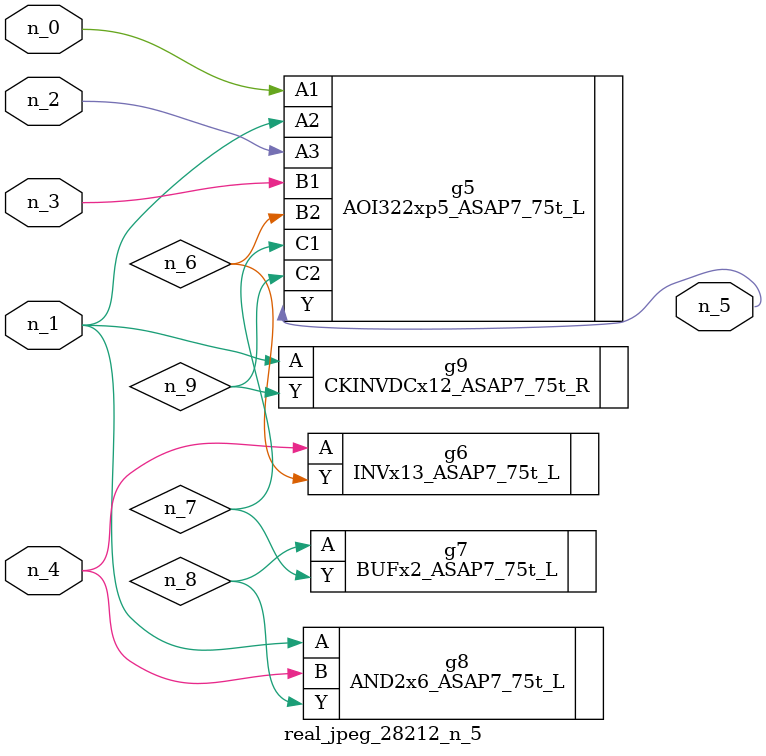
<source format=v>
module real_jpeg_28212_n_5 (n_4, n_0, n_1, n_2, n_3, n_5);

input n_4;
input n_0;
input n_1;
input n_2;
input n_3;

output n_5;

wire n_8;
wire n_6;
wire n_7;
wire n_9;

AOI322xp5_ASAP7_75t_L g5 ( 
.A1(n_0),
.A2(n_1),
.A3(n_2),
.B1(n_3),
.B2(n_6),
.C1(n_7),
.C2(n_9),
.Y(n_5)
);

AND2x6_ASAP7_75t_L g8 ( 
.A(n_1),
.B(n_4),
.Y(n_8)
);

CKINVDCx12_ASAP7_75t_R g9 ( 
.A(n_1),
.Y(n_9)
);

INVx13_ASAP7_75t_L g6 ( 
.A(n_4),
.Y(n_6)
);

BUFx2_ASAP7_75t_L g7 ( 
.A(n_8),
.Y(n_7)
);


endmodule
</source>
